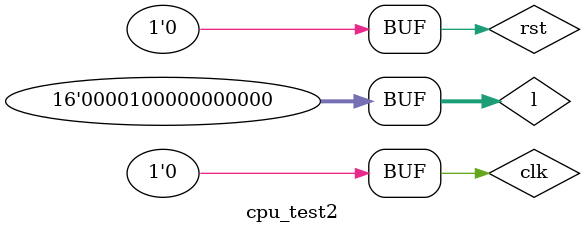
<source format=v>
`timescale 1ns / 1ps


module cpu_test2;

	// Inputs
	reg clk;
	reg rst;
	reg [15:0] l;

	// Outputs
	wire [15:0] light;
	wire [17:0] Ram1Addr;
	wire Ram1OE;
	wire Ram1WE;
	wire Ram1EN;

	// Bidirs
	wire [15:0] Ram1Data;

	// Instantiate the Unit Under Test (UUT)
	zzcpu uut (
		.clk(clk), 
		.rst(rst), 
		.light(light), 
		.l(l), 
		.Ram1Addr(Ram1Addr), 
		.Ram1Data(Ram1Data), 
		.Ram1OE(Ram1OE), 
		.Ram1WE(Ram1WE), 
		.Ram1EN(Ram1EN)
	);

	initial begin
		// Initialize Inputs
		clk = 0;
		rst = 0;
		l = 0;

		// Wait 100 ns for global reset to finish
		#100;
        
		// Add stimulus here
		l = 16'b0110110000000100;
		#50;
		clk = 1;
		#50;
		clk = 0;
		l = 16'b0110111100000111;
		#50;
		clk = 1;
		#50;
		clk = 0;
		l = 16'b0000100000000000;
		#50;
		clk = 1;
		#50;
		clk = 0;
		#50;
		clk = 1;
		#50;
		clk = 0;
		l = 16'b1101111110000000;
		#50;
		clk = 1;
		#50;
		clk = 0;
		l = 16'b0000100000000000;
		#50
		clk = 1;
		#50;
		clk = 0;
		#50
		clk = 1;
		#50;
		clk = 0;
		#50
		clk = 1;
		#50;
		clk = 0;
	end
      
endmodule


</source>
